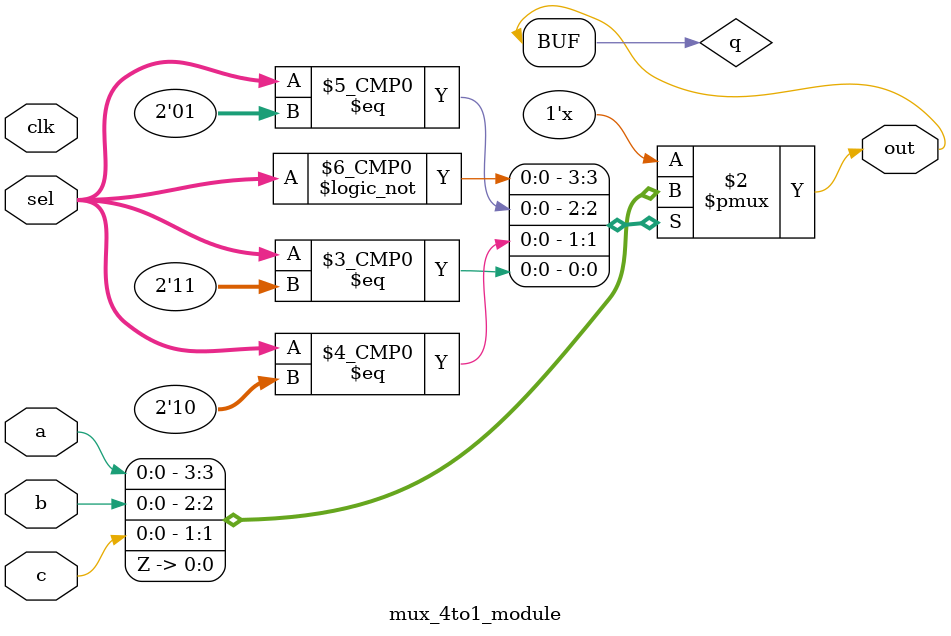
<source format=v>
`timescale 1ns / 1ps


module mux_4to1_module(
    input a,
    input b,
    input c,
//    input d,
    input [1:0] sel,
    input clk,
    
    output out
    );

reg q;
assign out = q;

always @ (clk or sel)
begin
    case (sel)
        0: q = a;
        1: q = b;
        2: q = c;
        3: q = 1'bZ;
    endcase
end
endmodule

</source>
